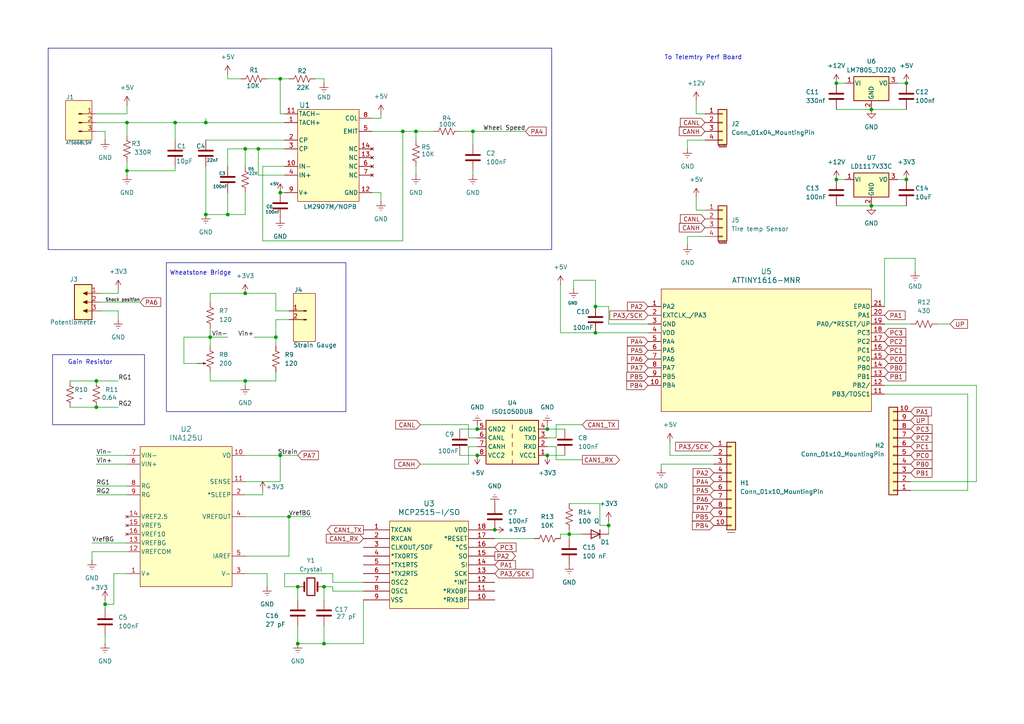
<source format=kicad_sch>
(kicad_sch (version 20231120) (generator "eeschema") (generator_version "8.0")
  (paper "A4")
  (junction (at 138.43 124.46))
  (junction (at 262.89 52.07))
  (junction (at 59.69 35.56))
  (junction (at 93.98 170.18))
  (junction (at 71.12 43.18))
  (junction (at 80.01 97.79))
  (junction (at 93.98 186.69))
  (junction (at 242.57 52.07))
  (junction (at 165.1 154.94))
  (junction (at 83.82 149.86))
  (junction (at 137.16 38.1))
  (junction (at 81.28 132.08))
  (junction (at 143.51 153.67))
  (junction (at 81.28 55.88))
  (junction (at 86.36 170.18))
  (junction (at 158.75 132.08))
  (junction (at 36.83 49.53))
  (junction (at 66.04 62.23))
  (junction (at 242.57 24.13))
  (junction (at 252.73 59.69))
  (junction (at 262.89 24.13))
  (junction (at 172.72 88.9))
  (junction (at 176.53 152.4))
  (junction (at 138.43 132.08))
  (junction (at 59.69 62.23))
  (junction (at 36.83 35.56))
  (junction (at 74.93 43.18))
  (junction (at 116.84 38.1))
  (junction (at 252.73 31.75))
  (junction (at 71.12 85.09))
  (junction (at 81.28 22.86))
  (junction (at 27.94 118.11))
  (junction (at 86.36 186.69))
  (junction (at 158.75 124.46))
  (junction (at 27.94 110.49))
  (junction (at 71.12 110.49))
  (junction (at 120.65 38.1))
  (junction (at 50.8 35.56))
  (junction (at 60.96 97.79))
  (junction (at 172.72 96.52))
  (junction (at 30.48 175.26))
  (wire (pts (xy 50.8 35.56) (xy 59.69 35.56)))
  (wire (pts (xy 204.47 33.02) (xy 201.93 33.02)))
  (wire (pts (xy 283.21 139.7) (xy 264.16 139.7)))
  (wire (pts (xy 60.96 85.09) (xy 60.96 87.63)))
  (wire (pts (xy 161.29 123.19) (xy 168.91 123.19)))
  (wire (pts (xy 165.1 146.05) (xy 173.99 146.05)))
  (wire (pts (xy 36.83 30.48) (xy 36.83 33.02)))
  (wire (pts (xy 71.12 55.88) (xy 71.12 62.23)))
  (wire (pts (xy 33.02 175.26) (xy 30.48 175.26)))
  (wire (pts (xy 166.37 81.28) (xy 166.37 83.82)))
  (wire (pts (xy 137.16 49.53) (xy 137.16 50.8)))
  (wire (pts (xy 93.98 186.69) (xy 105.41 186.69)))
  (wire (pts (xy 36.83 160.02) (xy 26.67 160.02)))
  (wire (pts (xy 120.65 48.26) (xy 120.65 50.8)))
  (wire (pts (xy 207.01 132.08) (xy 194.31 132.08)))
  (wire (pts (xy 20.32 110.49) (xy 27.94 110.49)))
  (wire (pts (xy 20.32 118.11) (xy 27.94 118.11)))
  (wire (pts (xy 81.28 22.86) (xy 81.28 33.02)))
  (wire (pts (xy 242.57 31.75) (xy 252.73 31.75)))
  (wire (pts (xy 158.75 123.19) (xy 158.75 124.46)))
  (wire (pts (xy 66.04 43.18) (xy 66.04 48.26)))
  (wire (pts (xy 96.52 166.37) (xy 82.55 166.37)))
  (wire (pts (xy 162.56 156.21) (xy 162.56 154.94)))
  (wire (pts (xy 260.35 24.13) (xy 262.89 24.13)))
  (wire (pts (xy 256.54 88.9) (xy 256.54 74.93)))
  (wire (pts (xy 172.72 88.9) (xy 172.72 81.28)))
  (wire (pts (xy 69.85 22.86) (xy 66.04 22.86)))
  (wire (pts (xy 176.53 154.94) (xy 176.53 152.4)))
  (wire (pts (xy 105.41 186.69) (xy 105.41 173.99)))
  (wire (pts (xy 93.98 170.18) (xy 93.98 173.99)))
  (wire (pts (xy 80.01 97.79) (xy 80.01 100.33)))
  (wire (pts (xy 71.12 85.09) (xy 60.96 85.09)))
  (wire (pts (xy 137.16 38.1) (xy 133.35 38.1)))
  (wire (pts (xy 83.82 92.71) (xy 80.01 92.71)))
  (wire (pts (xy 60.96 95.25) (xy 60.96 97.79)))
  (wire (pts (xy 116.84 38.1) (xy 120.65 38.1)))
  (wire (pts (xy 82.55 50.8) (xy 74.93 50.8)))
  (wire (pts (xy 27.94 33.02) (xy 36.83 33.02)))
  (wire (pts (xy 27.94 140.97) (xy 36.83 140.97)))
  (wire (pts (xy 83.82 149.86) (xy 83.82 161.29)))
  (wire (pts (xy 120.65 38.1) (xy 120.65 40.64)))
  (wire (pts (xy 26.67 157.48) (xy 36.83 157.48)))
  (wire (pts (xy 138.43 129.54) (xy 135.89 129.54)))
  (wire (pts (xy 110.49 55.88) (xy 107.95 55.88)))
  (wire (pts (xy 76.2 143.51) (xy 71.12 143.51)))
  (wire (pts (xy 280.67 114.3) (xy 280.67 142.24)))
  (wire (pts (xy 86.36 181.61) (xy 86.36 186.69)))
  (wire (pts (xy 110.49 33.02) (xy 110.49 34.29)))
  (wire (pts (xy 27.94 143.51) (xy 36.83 143.51)))
  (wire (pts (xy 66.04 22.86) (xy 66.04 21.59)))
  (wire (pts (xy 283.21 111.76) (xy 283.21 139.7)))
  (wire (pts (xy 34.29 90.17) (xy 34.29 92.71)))
  (wire (pts (xy 120.65 38.1) (xy 125.73 38.1)))
  (wire (pts (xy 71.12 62.23) (xy 66.04 62.23)))
  (wire (pts (xy 82.55 33.02) (xy 81.28 33.02)))
  (wire (pts (xy 252.73 59.69) (xy 262.89 59.69)))
  (wire (pts (xy 204.47 60.96) (xy 201.93 60.96)))
  (wire (pts (xy 29.21 87.63) (xy 40.64 87.63)))
  (wire (pts (xy 30.48 175.26) (xy 30.48 176.53)))
  (wire (pts (xy 71.12 132.08) (xy 81.28 132.08)))
  (wire (pts (xy 66.04 62.23) (xy 59.69 62.23)))
  (wire (pts (xy 53.34 105.41) (xy 58.42 105.41)))
  (wire (pts (xy 83.82 90.17) (xy 80.01 90.17)))
  (wire (pts (xy 137.16 41.91) (xy 137.16 38.1)))
  (wire (pts (xy 204.47 40.64) (xy 199.39 40.64)))
  (wire (pts (xy 77.47 166.37) (xy 71.12 166.37)))
  (wire (pts (xy 96.52 170.18) (xy 96.52 171.45)))
  (wire (pts (xy 133.35 132.08) (xy 138.43 132.08)))
  (wire (pts (xy 280.67 142.24) (xy 264.16 142.24)))
  (wire (pts (xy 71.12 43.18) (xy 74.93 43.18)))
  (wire (pts (xy 116.84 69.85) (xy 116.84 38.1)))
  (wire (pts (xy 201.93 33.02) (xy 201.93 29.21)))
  (wire (pts (xy 81.28 22.86) (xy 83.82 22.86)))
  (wire (pts (xy 60.96 97.79) (xy 53.34 97.79)))
  (wire (pts (xy 158.75 132.08) (xy 163.83 132.08)))
  (wire (pts (xy 165.1 153.67) (xy 165.1 154.94)))
  (wire (pts (xy 36.83 49.53) (xy 36.83 50.8)))
  (wire (pts (xy 271.78 93.98) (xy 275.59 93.98)))
  (wire (pts (xy 199.39 40.64) (xy 199.39 43.18)))
  (wire (pts (xy 135.89 134.62) (xy 121.92 134.62)))
  (wire (pts (xy 242.57 59.69) (xy 252.73 59.69)))
  (wire (pts (xy 77.47 170.18) (xy 77.47 166.37)))
  (wire (pts (xy 36.83 166.37) (xy 33.02 166.37)))
  (wire (pts (xy 81.28 55.88) (xy 82.55 55.88)))
  (wire (pts (xy 59.69 48.26) (xy 59.69 62.23)))
  (wire (pts (xy 173.99 146.05) (xy 173.99 152.4)))
  (wire (pts (xy 93.98 22.86) (xy 93.98 24.13)))
  (wire (pts (xy 256.54 74.93) (xy 265.43 74.93)))
  (wire (pts (xy 162.56 96.52) (xy 162.56 82.55)))
  (wire (pts (xy 71.12 139.7) (xy 81.28 139.7)))
  (wire (pts (xy 242.57 24.13) (xy 245.11 24.13)))
  (wire (pts (xy 252.73 31.75) (xy 262.89 31.75)))
  (wire (pts (xy 256.54 114.3) (xy 280.67 114.3)))
  (wire (pts (xy 173.99 152.4) (xy 176.53 152.4)))
  (wire (pts (xy 50.8 49.53) (xy 36.83 49.53)))
  (wire (pts (xy 73.66 97.79) (xy 80.01 97.79)))
  (wire (pts (xy 172.72 81.28) (xy 166.37 81.28)))
  (wire (pts (xy 96.52 171.45) (xy 105.41 171.45)))
  (wire (pts (xy 143.51 156.21) (xy 154.94 156.21)))
  (wire (pts (xy 165.1 156.21) (xy 165.1 154.94)))
  (wire (pts (xy 81.28 139.7) (xy 81.28 132.08)))
  (wire (pts (xy 256.54 93.98) (xy 264.16 93.98)))
  (wire (pts (xy 207.01 134.62) (xy 191.77 134.62)))
  (wire (pts (xy 172.72 96.52) (xy 162.56 96.52)))
  (wire (pts (xy 135.89 123.19) (xy 121.92 123.19)))
  (wire (pts (xy 110.49 58.42) (xy 110.49 55.88)))
  (wire (pts (xy 60.96 110.49) (xy 71.12 110.49)))
  (wire (pts (xy 60.96 97.79) (xy 60.96 100.33)))
  (wire (pts (xy 30.48 38.1) (xy 30.48 40.64)))
  (wire (pts (xy 36.83 39.37) (xy 36.83 35.56)))
  (wire (pts (xy 76.2 69.85) (xy 116.84 69.85)))
  (wire (pts (xy 50.8 35.56) (xy 50.8 40.64)))
  (wire (pts (xy 36.83 35.56) (xy 50.8 35.56)))
  (wire (pts (xy 90.17 149.86) (xy 83.82 149.86)))
  (wire (pts (xy 34.29 83.82) (xy 34.29 85.09)))
  (wire (pts (xy 199.39 68.58) (xy 199.39 71.12)))
  (wire (pts (xy 161.29 133.35) (xy 168.91 133.35)))
  (wire (pts (xy 158.75 127) (xy 161.29 127)))
  (wire (pts (xy 172.72 96.52) (xy 187.96 96.52)))
  (wire (pts (xy 71.12 110.49) (xy 71.12 111.76)))
  (wire (pts (xy 26.67 160.02) (xy 26.67 162.56)))
  (wire (pts (xy 187.96 93.98) (xy 176.53 93.98)))
  (wire (pts (xy 34.29 85.09) (xy 29.21 85.09)))
  (wire (pts (xy 36.83 35.56) (xy 27.94 35.56)))
  (wire (pts (xy 50.8 48.26) (xy 50.8 49.53)))
  (wire (pts (xy 93.98 181.61) (xy 93.98 186.69)))
  (wire (pts (xy 158.75 129.54) (xy 161.29 129.54)))
  (wire (pts (xy 176.53 88.9) (xy 172.72 88.9)))
  (wire (pts (xy 162.56 154.94) (xy 165.1 154.94)))
  (wire (pts (xy 36.83 46.99) (xy 36.83 49.53)))
  (wire (pts (xy 256.54 111.76) (xy 283.21 111.76)))
  (wire (pts (xy 107.95 38.1) (xy 116.84 38.1)))
  (wire (pts (xy 86.36 170.18) (xy 86.36 173.99)))
  (wire (pts (xy 204.47 68.58) (xy 199.39 68.58)))
  (wire (pts (xy 161.29 129.54) (xy 161.29 133.35)))
  (wire (pts (xy 27.94 110.49) (xy 34.29 110.49)))
  (wire (pts (xy 133.35 124.46) (xy 138.43 124.46)))
  (wire (pts (xy 176.53 152.4) (xy 176.53 151.13)))
  (wire (pts (xy 66.04 97.79) (xy 60.96 97.79)))
  (wire (pts (xy 176.53 93.98) (xy 176.53 88.9)))
  (wire (pts (xy 27.94 38.1) (xy 30.48 38.1)))
  (wire (pts (xy 71.12 43.18) (xy 71.12 48.26)))
  (wire (pts (xy 138.43 127) (xy 135.89 127)))
  (wire (pts (xy 82.55 166.37) (xy 82.55 170.18)))
  (wire (pts (xy 83.82 161.29) (xy 71.12 161.29)))
  (wire (pts (xy 80.01 85.09) (xy 71.12 85.09)))
  (wire (pts (xy 86.36 186.69) (xy 93.98 186.69)))
  (wire (pts (xy 29.21 90.17) (xy 34.29 90.17)))
  (wire (pts (xy 91.44 22.86) (xy 93.98 22.86)))
  (wire (pts (xy 265.43 74.93) (xy 265.43 78.74)))
  (wire (pts (xy 66.04 55.88) (xy 66.04 62.23)))
  (wire (pts (xy 135.89 127) (xy 135.89 123.19)))
  (wire (pts (xy 260.35 52.07) (xy 262.89 52.07)))
  (wire (pts (xy 76.2 48.26) (xy 76.2 69.85)))
  (wire (pts (xy 59.69 40.64) (xy 82.55 40.64)))
  (wire (pts (xy 74.93 43.18) (xy 74.93 50.8)))
  (wire (pts (xy 27.94 134.62) (xy 36.83 134.62)))
  (wire (pts (xy 27.94 118.11) (xy 34.29 118.11)))
  (wire (pts (xy 80.01 92.71) (xy 80.01 97.79)))
  (wire (pts (xy 71.12 149.86) (xy 83.82 149.86)))
  (wire (pts (xy 81.28 132.08) (xy 86.36 132.08)))
  (wire (pts (xy 60.96 107.95) (xy 60.96 110.49)))
  (wire (pts (xy 77.47 22.86) (xy 81.28 22.86)))
  (wire (pts (xy 158.75 124.46) (xy 163.83 124.46)))
  (wire (pts (xy 59.69 35.56) (xy 82.55 35.56)))
  (wire (pts (xy 137.16 38.1) (xy 152.4 38.1)))
  (wire (pts (xy 53.34 97.79) (xy 53.34 105.41)))
  (wire (pts (xy 93.98 170.18) (xy 96.52 170.18)))
  (wire (pts (xy 76.2 142.24) (xy 76.2 143.51)))
  (wire (pts (xy 191.77 134.62) (xy 191.77 135.89)))
  (wire (pts (xy 161.29 127) (xy 161.29 123.19)))
  (wire (pts (xy 242.57 52.07) (xy 245.11 52.07)))
  (wire (pts (xy 110.49 34.29) (xy 107.95 34.29)))
  (wire (pts (xy 194.31 132.08) (xy 194.31 128.27)))
  (wire (pts (xy 165.1 154.94) (xy 168.91 154.94)))
  (wire (pts (xy 74.93 43.18) (xy 82.55 43.18)))
  (wire (pts (xy 33.02 166.37) (xy 33.02 175.26)))
  (wire (pts (xy 138.43 123.19) (xy 138.43 124.46)))
  (wire (pts (xy 82.55 170.18) (xy 86.36 170.18)))
  (wire (pts (xy 71.12 110.49) (xy 80.01 110.49)) (stroke (width 0) (color 0 132 0 1)))
  (wire (pts (xy 30.48 173.99) (xy 30.48 175.26)))
  (wire (pts (xy 59.69 35.56) (xy 59.69 34.29)))
  (wire (pts (xy 27.94 132.08) (xy 36.83 132.08)))
  (wire (pts (xy 135.89 129.54) (xy 135.89 134.62)))
  (wire (pts (xy 80.01 90.17) (xy 80.01 85.09)))
  (wire (pts (xy 80.01 107.95) (xy 80.01 110.49)))
  (wire (pts (xy 71.12 43.18) (xy 66.04 43.18)))
  (wire (pts (xy 105.41 168.91) (xy 96.52 168.91)))
  (wire (pts (xy 30.48 184.15) (xy 30.48 186.69)))
  (wire (pts (xy 82.55 48.26) (xy 76.2 48.26)))
  (wire (pts (xy 201.93 60.96) (xy 201.93 57.15)))
  (wire (pts (xy 96.52 168.91) (xy 96.52 166.37)))
  (rectangle (start 85.09 85.09) (end 91.44 99.06) (stroke (width 0) (color 132 0 0 1)) (fill (type color) (color 255 255 194 1)))
  (rectangle (start 15.24 102.87) (end 41.91 123.19) (stroke (width 0) (color 0 0 132 1)))
  (rectangle (start 48.26 76.2) (end 100.33 119.38) (stroke (width 0) (color 0 0 132 1)))
  (rectangle (start 13.97 13.97) (end 160.02 72.39) (stroke (width 0) (color 0 0 132 1)))
  (text "" (at 23.114 45.212 0) (effects (font (size 0.889 0.889))))
  (text "To Telemtry Perf Board\n" (at 203.962 16.764 0) (effects (font (size 1.27 1.27))))
  (text "Gain Resistor\n" (at 26.162 105.156 0) (effects (font (size 1.27 1.27))))
  (text "" (at 88.392 30.48 0) (effects (font (size 1.27 1.27))))
  (text "Wheatstone Bridge\n" (at 58.166 79.248 0) (effects (font (size 1.27 1.27))))
  (label "Vin-" (at 66.04 97.79 180))
  (label "RG2" (at 27.94 143.51 0))
  (label "Shock position" (at 40.64 87.63 180) (effects (font (size 0.889 0.889))))
  (label "VrefBG" (at 26.67 157.48 0))
  (label "Vin+" (at 27.94 134.62 0))
  (label "Vin-" (at 27.94 132.08 0))
  (label "VrefBG" (at 90.17 149.86 180))
  (label "Strain" (at 86.36 132.08 180))
  (label "Wheel Speed" (at 152.4 38.1 180))
  (label "RG2" (at 34.29 118.11 0))
  (label "Vin+" (at 73.66 97.79 180))
  (label "RG1" (at 34.29 110.49 0))
  (label "RG1" (at 27.94 140.97 0))
  (global_label "CANL" (shape input) (at 204.47 35.56 180) (property "Intersheetrefs" "${INTERSHEET_REFS}" (effects (hide yes))))
  (global_label "CANH" (shape input) (at 121.92 134.62 180) (property "Intersheetrefs" "${INTERSHEET_REFS}" (effects (hide yes))))
  (global_label "PC2" (shape input) (at 256.54 99.06 0) (property "Intersheetrefs" "${INTERSHEET_REFS}" (effects (hide yes))))
  (global_label "PC3" (shape input) (at 256.54 96.52 0) (property "Intersheetrefs" "${INTERSHEET_REFS}" (effects (hide yes))))
  (global_label "PA6" (shape input) (at 40.64 87.63 0) (property "Intersheetrefs" "${INTERSHEET_REFS}" (effects (hide yes))))
  (global_label "PA4" (shape input) (at 187.96 99.06 180) (property "Intersheetrefs" "${INTERSHEET_REFS}" (effects (hide yes))))
  (global_label "CAN1_TX" (shape output) (at 105.41 153.67 180) (property "Intersheetrefs" "${INTERSHEET_REFS}" (effects (hide yes))))
  (global_label "PA2" (shape input) (at 187.96 88.9 180) (property "Intersheetrefs" "${INTERSHEET_REFS}" (effects (hide yes))))
  (global_label "PB4" (shape input) (at 207.01 152.4 180) (property "Intersheetrefs" "${INTERSHEET_REFS}" (effects (hide yes))))
  (global_label "CANH" (shape input) (at 204.47 66.04 180) (property "Intersheetrefs" "${INTERSHEET_REFS}" (effects (hide yes))))
  (global_label "PA2" (shape input) (at 207.01 137.16 180) (property "Intersheetrefs" "${INTERSHEET_REFS}" (effects (hide yes))))
  (global_label "PA7" (shape input) (at 207.01 147.32 180) (property "Intersheetrefs" "${INTERSHEET_REFS}" (effects (hide yes))))
  (global_label "CANL" (shape input) (at 121.92 123.19 180) (property "Intersheetrefs" "${INTERSHEET_REFS}" (effects (hide yes))))
  (global_label "PC3" (shape input) (at 143.51 158.75 0) (property "Intersheetrefs" "${INTERSHEET_REFS}" (effects (hide yes))))
  (global_label "PA3{slash}SCK" (shape input) (at 207.01 129.54 180) (property "Intersheetrefs" "${INTERSHEET_REFS}" (effects (hide yes))))
  (global_label "PC0" (shape input) (at 264.16 132.08 0) (property "Intersheetrefs" "${INTERSHEET_REFS}" (effects (hide yes))))
  (global_label "PA4" (shape input) (at 207.01 139.7 180) (property "Intersheetrefs" "${INTERSHEET_REFS}" (effects (hide yes))))
  (global_label "PB5" (shape input) (at 207.01 149.86 180) (property "Intersheetrefs" "${INTERSHEET_REFS}" (effects (hide yes))))
  (global_label "PA5" (shape input) (at 187.96 101.6 180) (property "Intersheetrefs" "${INTERSHEET_REFS}" (effects (hide yes))))
  (global_label "PA5" (shape input) (at 207.01 142.24 180) (property "Intersheetrefs" "${INTERSHEET_REFS}" (effects (hide yes))))
  (global_label "CAN1_TX" (shape input) (at 168.91 123.19 0) (property "Intersheetrefs" "${INTERSHEET_REFS}" (effects (hide yes))))
  (global_label "PC2" (shape input) (at 264.16 127 0) (property "Intersheetrefs" "${INTERSHEET_REFS}" (effects (hide yes))))
  (global_label "PB1" (shape input) (at 256.54 109.22 0) (property "Intersheetrefs" "${INTERSHEET_REFS}" (effects (hide yes))))
  (global_label "PC3" (shape input) (at 264.16 124.46 0) (property "Intersheetrefs" "${INTERSHEET_REFS}" (effects (hide yes))))
  (global_label "PB4" (shape input) (at 187.96 111.76 180) (property "Intersheetrefs" "${INTERSHEET_REFS}" (effects (hide yes))))
  (global_label "CAN1_RX" (shape output) (at 168.91 133.35 0) (property "Intersheetrefs" "${INTERSHEET_REFS}" (effects (hide yes))))
  (global_label "PB1" (shape input) (at 264.16 137.16 0) (property "Intersheetrefs" "${INTERSHEET_REFS}" (effects (hide yes))))
  (global_label "PA7" (shape input) (at 86.36 132.08 0) (property "Intersheetrefs" "${INTERSHEET_REFS}" (effects (hide yes))))
  (global_label "PA6" (shape input) (at 187.96 104.14 180) (property "Intersheetrefs" "${INTERSHEET_REFS}" (effects (hide yes))))
  (global_label "PA1" (shape input) (at 264.16 119.38 0) (property "Intersheetrefs" "${INTERSHEET_REFS}" (effects (hide yes))))
  (global_label "PA6" (shape input) (at 207.01 144.78 180) (property "Intersheetrefs" "${INTERSHEET_REFS}" (effects (hide yes))))
  (global_label "PC1" (shape input) (at 256.54 101.6 0) (property "Intersheetrefs" "${INTERSHEET_REFS}" (effects (hide yes))))
  (global_label "PB0" (shape input) (at 256.54 106.68 0) (property "Intersheetrefs" "${INTERSHEET_REFS}" (effects (hide yes))))
  (global_label "PB0" (shape input) (at 264.16 134.62 0) (property "Intersheetrefs" "${INTERSHEET_REFS}" (effects (hide yes))))
  (global_label "PA2" (shape output) (at 143.51 161.29 0) (property "Intersheetrefs" "${INTERSHEET_REFS}" (effects (hide yes))))
  (global_label "PA4" (shape input) (at 152.4 38.1 0) (property "Intersheetrefs" "${INTERSHEET_REFS}" (effects (hide yes))))
  (global_label "PA1" (shape input) (at 143.51 163.83 0) (property "Intersheetrefs" "${INTERSHEET_REFS}" (effects (hide yes))))
  (global_label "UP" (shape input) (at 275.59 93.98 0) (property "Intersheetrefs" "${INTERSHEET_REFS}" (effects (hide yes))))
  (global_label "PA7" (shape input) (at 187.96 106.68 180) (property "Intersheetrefs" "${INTERSHEET_REFS}" (effects (hide yes))))
  (global_label "CANL" (shape input) (at 204.47 63.5 180) (property "Intersheetrefs" "${INTERSHEET_REFS}" (effects (hide yes))))
  (global_label "CAN1_RX" (shape input) (at 105.41 156.21 180) (property "Intersheetrefs" "${INTERSHEET_REFS}" (effects (hide yes))))
  (global_label "PA3{slash}SCK" (shape input) (at 187.96 91.44 180) (property "Intersheetrefs" "${INTERSHEET_REFS}" (effects (hide yes))))
  (global_label "PA3{slash}SCK" (shape input) (at 143.51 166.37 0) (property "Intersheetrefs" "${INTERSHEET_REFS}" (effects (hide yes))))
  (global_label "PB5" (shape input) (at 187.96 109.22 180) (property "Intersheetrefs" "${INTERSHEET_REFS}" (effects (hide yes))))
  (global_label "UP" (shape input) (at 264.16 121.92 0) (property "Intersheetrefs" "${INTERSHEET_REFS}" (effects (hide yes))))
  (global_label "CANH" (shape input) (at 204.47 38.1 180) (property "Intersheetrefs" "${INTERSHEET_REFS}" (effects (hide yes))))
  (global_label "PC0" (shape input) (at 256.54 104.14 0) (property "Intersheetrefs" "${INTERSHEET_REFS}" (effects (hide yes))))
  (global_label "PA1" (shape input) (at 256.54 91.44 0) (property "Intersheetrefs" "${INTERSHEET_REFS}" (effects (hide yes))))
  (global_label "PC1" (shape input) (at 264.16 129.54 0) (property "Intersheetrefs" "${INTERSHEET_REFS}" (effects (hide yes))))
  (symbol (lib_id "power:+5V") (at 110.49 33.02 0) (unit 1)
    (property "Reference" "#PWR05" (effects (hide yes)))
    (property "Value" "+5V" (at 110.49 27.94 0))
    (property "Description" "Power symbol creates a global label with name \"+5V\"" (effects (hide yes)))
  )
  (symbol (lib_id "power:+3V3") (at 71.12 85.09 0) (unit 1)
    (property "Reference" "#PWR016" (effects (hide yes)))
    (property "Value" "+3V3" (at 71.12 80.01 0))
    (property "Description" "Power symbol creates a global label with name \"+3V3\"" (effects (hide yes)))
  )
  (symbol (lib_id "Graphic:SYM_Arrow_Tiny") (at 58.42 105.41 0) (unit 1) (exclude_from_sim yes) (in_bom no) (on_board no)
    (property "Reference" "#SYM1" (effects (hide yes)))
    (property "Value" "SYM_Arrow_Tiny" (effects (hide yes)))
    (property "Description" "Filled arrow, 100mil" (effects (hide yes)))
  )
  (symbol (lib_id "Device:C") (at 172.72 92.71 0) (unit 1)
    (property "Reference" "C10" (at 167.132 90.424 0) (effects (justify left)))
    (property "Value" "100nF" (at 166.116 94.996 0) (effects (justify left)))
    (property "Footprint" "Capacitor_SMD:C_0805_2012Metric_Pad1.18x1.45mm_HandSolder" (effects (hide yes)))
    (property "Description" "Unpolarized capacitor" (effects (hide yes)))
  )
  (symbol (lib_id "Device:R_US") (at 87.63 22.86 90) (unit 1)
    (property "Reference" "R2" (at 87.63 20.574 90))
    (property "Value" "10K" (at 73.406 24.892 90))
    (property "Footprint" "Resistor_SMD:R_0805_2012Metric_Pad1.20x1.40mm_HandSolder" (effects (hide yes)))
    (property "Description" "Resistor, US symbol" (effects (hide yes)))
  )
  (symbol (lib_id "Device:R_US") (at 267.97 93.98 90) (unit 1)
    (property "Reference" "R12" (at 267.97 87.63 90))
    (property "Value" "430" (at 267.97 90.17 90))
    (property "Footprint" "Resistor_SMD:R_0805_2012Metric_Pad1.20x1.40mm_HandSolder" (effects (hide yes)))
    (property "Description" "Resistor, US symbol" (effects (hide yes)))
  )
  (symbol (lib_id "power:GNDREF") (at 120.65 50.8 0) (unit 1)
    (property "Reference" "#PWR06" (effects (hide yes)))
    (property "Value" "GND" (at 120.65 55.88 0))
    (property "Description" "Power symbol creates a global label with name \"GNDREF\" , reference supply ground" (effects (hide yes)))
  )
  (symbol (lib_id "Device:C") (at 66.04 52.07 0) (unit 1)
    (property "Reference" "C3" (at 63.5 50.292 0) (effects (font (size 0.889 0.889)) (justify left)))
    (property "Value" "100nF" (at 61.722 54.102 0) (effects (font (size 0.889 0.889)) (justify left)))
    (property "Footprint" "Capacitor_SMD:C_0805_2012Metric_Pad1.18x1.45mm_HandSolder" (effects (hide yes)))
    (property "Description" "Unpolarized capacitor" (effects (hide yes)))
  )
  (symbol (lib_id "Device:R_US") (at 71.12 52.07 0) (unit 1)
    (property "Reference" "R6" (at 71.882 49.022 0) (effects (font (size 0.889 0.889)) (justify left)))
    (property "Value" "22K" (at 72.136 50.292 0) (effects (font (size 0.889 0.889)) (justify left)))
    (property "Footprint" "Resistor_SMD:R_0805_2012Metric_Pad1.20x1.40mm_HandSolder" (effects (hide yes)))
    (property "Description" "Resistor, US symbol" (effects (hide yes)))
  )
  (symbol (lib_id "power:+3.3V") (at 176.53 151.13 0) (unit 1)
    (property "Reference" "#PWR042" (effects (hide yes)))
    (property "Value" "+3V3" (at 176.53 146.05 0))
    (property "Description" "Power symbol creates a global label with name \"+3.3V\"" (effects (hide yes)))
  )
  (symbol (lib_id "New_Library:ATTINY1616-MNR") (at 184.15 88.9 0) (unit 1)
    (property "Reference" "U5" (at 222.25 78.74 0) (effects (font (size 1.524 1.524))))
    (property "Value" "ATTINY1616-MNR" (at 222.25 81.28 0) (effects (font (size 1.524 1.524))))
    (property "Footprint" "New Library:VQFN20_3X3_MCH" (effects (hide yes)))
    (property "Datasheet" "ATTINY1616-MNR" (effects (hide yes)))
    (property "Sim.Library" "C:\\Users\\salzr\\Downloads\\ATTINY1616_MFR (1)\\VQFN20_3X3_MCH.step" (effects (hide yes)))
  )
  (symbol (lib_id "power:GNDREF") (at 199.39 43.18 0) (unit 1)
    (property "Reference" "#PWR014" (effects (hide yes)))
    (property "Value" "GND" (at 199.39 48.26 0))
    (property "Description" "Power symbol creates a global label with name \"GNDREF\" , reference supply ground" (effects (hide yes)))
  )
  (symbol (lib_id "power:GNDREF") (at 59.69 62.23 0) (unit 1)
    (property "Reference" "#PWR010" (effects (hide yes)))
    (property "Value" "GND" (at 59.69 67.31 0))
    (property "Description" "Power symbol creates a global label with name \"GNDREF\" , reference supply ground" (effects (hide yes)))
  )
  (symbol (lib_id "power:+5V") (at 262.89 24.13 0) (unit 1)
    (property "Reference" "#PWR038" (effects (hide yes)))
    (property "Value" "+5V" (at 262.89 19.05 0))
  )
  (symbol (lib_id "Device:C") (at 50.8 44.45 0) (unit 1)
    (property "Reference" "C1" (at 51.308 42.418 0) (effects (justify left)))
    (property "Value" "10pF" (at 51.054 46.736 0) (effects (justify left)))
    (property "Footprint" "Capacitor_SMD:C_0805_2012Metric_Pad1.18x1.45mm_HandSolder" (effects (hide yes)))
    (property "Description" "Unpolarized capacitor" (effects (hide yes)))
  )
  (symbol (lib_id "power:+3V3") (at 158.75 132.08 180) (unit 1)
    (property "Reference" "#PWR031" (effects (hide yes)))
    (property "Value" "+3V3" (at 158.75 137.16 0))
    (property "Description" "Power symbol creates a global label with name \"+3V3\"" (effects (hide yes)))
  )
  (symbol (lib_id "power:+3V3") (at 30.48 173.99 0) (unit 1)
    (property "Reference" "#PWR019" (effects (hide yes)))
    (property "Value" "+3V3" (at 28.702 170.434 0))
    (property "Description" "Power symbol creates a global label with name \"+3V3\"" (effects (hide yes)))
  )
  (symbol (lib_id "power:GND") (at 252.73 59.69 0) (unit 1)
    (property "Reference" "#PWR040" (effects (hide yes)))
    (property "Value" "GND" (at 252.73 64.77 0))
  )
  (symbol (lib_id "power:GND") (at 252.73 31.75 0) (unit 1)
    (property "Reference" "#PWR037" (effects (hide yes)))
    (property "Value" "GND" (at 252.73 36.83 0))
  )
  (symbol (lib_id "Device:R_US") (at 80.01 104.14 0) (unit 1)
    (property "Reference" "R9" (at 82.55 102.8699 0) (effects (justify left)))
    (property "Value" "120" (at 82.55 105.4099 0) (effects (justify left)))
    (property "Footprint" "Resistor_SMD:R_0805_2012Metric_Pad1.20x1.40mm_HandSolder" (effects (hide yes)))
    (property "Description" "Resistor, US symbol" (effects (hide yes)))
  )
  (symbol (lib_id "power:GNDREF") (at 143.51 146.05 180) (unit 1)
    (property "Reference" "#PWR025" (effects (hide yes)))
    (property "Value" "GND" (at 143.51 140.97 0))
    (property "Description" "Power symbol creates a global label with name \"GNDREF\" , reference supply ground" (effects (hide yes)))
  )
  (symbol (lib_id "Device:C") (at 163.83 128.27 0) (unit 1)
    (property "Reference" "C8" (at 167.64 126.9999 0) (effects (justify left)))
    (property "Value" "100nF" (at 167.64 129.5399 0) (effects (justify left)))
    (property "Footprint" "Capacitor_SMD:C_0805_2012Metric_Pad1.18x1.45mm_HandSolder" (effects (hide yes)))
    (property "Description" "Unpolarized capacitor" (effects (hide yes)))
  )
  (symbol (lib_id "Regulator_Linear:LM7805_TO220") (at 252.73 52.07 0) (unit 1)
    (property "Reference" "U7" (at 252.73 45.72 0))
    (property "Value" "LD1117V33C" (at 252.73 48.26 0))
    (property "Footprint" "Package_TO_SOT_THT:TO-220-3_Vertical" (effects (hide yes)))
    (property "Datasheet" "https://www.onsemi.cn/PowerSolutions/document/MC7800-D.PDF" (effects (hide yes)))
  )
  (symbol (lib_id "power:+5V") (at 81.28 55.88 0) (unit 1)
    (property "Reference" "#PWR08" (effects (hide yes)))
    (property "Value" "+5V" (at 79.502 53.34 0) (effects (font (size 0.889 0.889))))
    (property "Description" "Power symbol creates a global label with name \"+5V\"" (effects (hide yes)))
  )
  (symbol (lib_id "Device:R_US") (at 36.83 43.18 0) (unit 1)
    (property "Reference" "R3" (at 38.1 41.656 0) (effects (justify left)))
    (property "Value" "330R" (at 38.862 44.196 0) (effects (justify left)))
    (property "Footprint" "Resistor_SMD:R_0805_2012Metric_Pad1.20x1.40mm_HandSolder" (effects (hide yes)))
    (property "Description" "Resistor, US symbol" (effects (hide yes)))
  )
  (symbol (lib_id "Device:C") (at 86.36 177.8 0) (unit 1)
    (property "Reference" "C16" (at 76.962 178.562 0) (effects (justify left)))
    (property "Value" "27 pF" (at 76.962 181.102 0) (effects (justify left)))
    (property "Footprint" "Capacitor_SMD:C_0805_2012Metric_Pad1.18x1.45mm_HandSolder" (effects (hide yes)))
    (property "Description" "Unpolarized capacitor" (effects (hide yes)))
  )
  (symbol (lib_id "power:+3V3") (at 76.2 142.24 0) (unit 1)
    (property "Reference" "#PWR021" (effects (hide yes)))
    (property "Value" "+3V3" (at 79.756 141.224 0))
    (property "Description" "Power symbol creates a global label with name \"+3V3\"" (effects (hide yes)))
  )
  (symbol (lib_id "Device:C") (at 59.69 44.45 0) (unit 1)
    (property "Reference" "C4" (at 56.896 42.418 0) (effects (justify left)))
    (property "Value" "22nF" (at 59.944 46.482 0) (effects (font (size 0.889 0.889)) (justify left)))
    (property "Footprint" "Capacitor_SMD:C_0805_2012Metric_Pad1.18x1.45mm_HandSolder" (effects (hide yes)))
    (property "Description" "Unpolarized capacitor" (effects (hide yes)))
  )
  (symbol (lib_id "Device:C") (at 242.57 27.94 0) (unit 1)
    (property "Reference" "C11" (at 233.68 26.67 0) (effects (justify left)))
    (property "Value" "330nf" (at 233.68 29.21 0) (effects (justify left)))
    (property "Footprint" "Capacitor_SMD:C_0805_2012Metric_Pad1.18x1.45mm_HandSolder" (effects (hide yes)))
    (property "Datasheet" "https://mm.digikey.com/Volume0/opasdata/d220001/medias/docus/4262/0805B334K250CC.pdf" (effects (hide yes)))
  )
  (symbol (lib_id "power:GNDREF") (at 86.36 186.69 0) (unit 1)
    (property "Reference" "#PWR027" (effects (hide yes)))
    (property "Value" "GND" (at 86.36 191.77 0))
    (property "Description" "Power symbol creates a global label with name \"GNDREF\" , reference supply ground" (effects (hide yes)))
  )
  (symbol (lib_id "Device:C") (at 93.98 177.8 0) (unit 1)
    (property "Reference" "C17" (at 97.028 176.784 0) (effects (justify left)))
    (property "Value" "27 pF" (at 97.536 178.816 0) (effects (justify left)))
    (property "Footprint" "Capacitor_SMD:C_0805_2012Metric_Pad1.18x1.45mm_HandSolder" (effects (hide yes)))
    (property "Description" "Unpolarized capacitor" (effects (hide yes)))
  )
  (symbol (lib_id "power:GNDREF") (at 199.39 71.12 0) (unit 1)
    (property "Reference" "#PWR044" (effects (hide yes)))
    (property "Value" "GND" (at 199.39 76.2 0))
    (property "Description" "Power symbol creates a global label with name \"GNDREF\" , reference supply ground" (effects (hide yes)))
  )
  (symbol (lib_id "New_Library:INA125U") (at 24.13 134.62 0) (unit 1)
    (property "Reference" "U2" (at 53.975 124.46 0) (effects (font (size 1.524 1.524))))
    (property "Value" "INA125U" (at 53.975 127 0) (effects (font (size 1.524 1.524))))
    (property "Footprint" "New Library:105313-1108" (effects (hide yes)))
  )
  (symbol (lib_id "Device:R_US") (at 129.54 38.1 90) (unit 1)
    (property "Reference" "R4" (at 129.54 34.29 90))
    (property "Value" "100K" (at 129.794 36.068 90))
    (property "Footprint" "Resistor_SMD:R_0805_2012Metric_Pad1.20x1.40mm_HandSolder" (effects (hide yes)))
    (property "Description" "Resistor, US symbol" (effects (hide yes)))
  )
  (symbol (lib_id "power:GNDREF") (at 36.83 50.8 0) (unit 1)
    (property "Reference" "#PWR02" (effects (hide yes)))
    (property "Value" "GND" (at 36.83 55.88 0))
    (property "Description" "Power symbol creates a global label with name \"GNDREF\" , reference supply ground" (effects (hide yes)))
  )
  (symbol (lib_name "Conn_01x02_Pin_1") (lib_id "Connector:Conn_01x02_Pin") (at 88.9 92.71 180) (unit 1)
    (property "Reference" "J4" (at 85.344 84.074 0) (effects (justify right)))
    (property "Value" "Strain Gauge" (at 85.09 100.076 0) (effects (justify right)))
    (property "Footprint" "Connector_Molex:Molex_Nano-Fit_105309-xx02_1x02_P2.50mm_Vertical" (effects (hide yes)))
    (property "Description" "Generic connector, single row, 01x02, script generated" (effects (hide yes)))
  )
  (symbol (lib_id "power:+12V") (at 201.93 29.21 0) (unit 1)
    (property "Reference" "#PWR013" (effects (hide yes)))
    (property "Value" "+12V" (at 201.93 24.13 0))
    (property "Description" "Power symbol creates a global label with name \"+12V\"" (effects (hide yes)))
  )
  (symbol (lib_id "power:+5V") (at 162.56 82.55 0) (unit 1)
    (property "Reference" "#PWR032" (effects (hide yes)))
    (property "Value" "+5V" (at 162.56 77.47 0))
    (property "Description" "Power symbol creates a global label with name \"+5V\"" (effects (hide yes)))
  )
  (symbol (lib_id "power:+5V") (at 194.31 128.27 0) (unit 1)
    (property "Reference" "#PWR034" (effects (hide yes)))
    (property "Value" "+5V" (at 194.31 123.19 0))
    (property "Description" "Power symbol creates a global label with name \"+5V\"" (effects (hide yes)))
  )
  (symbol (lib_id "power:+3V3") (at 143.51 153.67 270) (unit 1)
    (property "Reference" "#PWR026" (effects (hide yes)))
    (property "Value" "+3V3" (at 147.32 153.6699 90) (effects (justify left)))
    (property "Description" "Power symbol creates a global label with name \"+3V3\"" (effects (hide yes)))
  )
  (symbol (lib_id "Device:R_US") (at 120.65 44.45 0) (unit 1)
    (property "Reference" "R5" (at 122.174 42.672 0) (effects (justify left)))
    (property "Value" "10K" (at 122.174 44.704 0) (effects (justify left)))
    (property "Footprint" "Resistor_SMD:R_0805_2012Metric_Pad1.20x1.40mm_HandSolder" (effects (hide yes)))
    (property "Description" "Resistor, US symbol" (effects (hide yes)))
  )
  (symbol (lib_id "Connector_Generic_MountingPin:Conn_01x10_MountingPin") (at 259.08 132.08 180) (unit 1)
    (property "Reference" "H2" (at 256.54 129.1843 0) (effects (justify left)))
    (property "Value" "Conn_01x10_MountingPin" (at 256.54 131.7243 0) (effects (justify left)))
    (property "Footprint" "Connector_Molex:Molex_Nano-Fit_105310-xx10_2x05_P2.50mm_Vertical" (effects (hide yes)))
    (property "Description" "Generic connectable mounting pin connector, single row, 01x10, script generated (kicad-library-utils/schlib/autogen/connector/)" (effects (hide yes)))
  )
  (symbol (lib_id "power:GNDREF") (at 34.29 92.71 0) (unit 1)
    (property "Reference" "#PWR012" (effects (hide yes)))
    (property "Value" "GND" (at 34.29 97.79 0))
    (property "Description" "Power symbol creates a global label with name \"GNDREF\" , reference supply ground" (effects (hide yes)))
  )
  (symbol (lib_id "power:GNDREF") (at 137.16 50.8 0) (unit 1)
    (property "Reference" "#PWR07" (effects (hide yes)))
    (property "Value" "GND" (at 137.16 55.88 0))
    (property "Description" "Power symbol creates a global label with name \"GNDREF\" , reference supply ground" (effects (hide yes)))
  )
  (symbol (lib_id "power:+5V") (at 138.43 132.08 180) (unit 1)
    (property "Reference" "#PWR030" (effects (hide yes)))
    (property "Value" "+5V" (at 138.43 137.16 0))
    (property "Description" "Power symbol creates a global label with name \"+5V\"" (effects (hide yes)))
  )
  (symbol (lib_id "power:GNDREF") (at 265.43 78.74 0) (unit 1)
    (property "Reference" "#PWR036" (effects (hide yes)))
    (property "Value" "GND" (at 265.43 83.058 0))
    (property "Description" "Power symbol creates a global label with name \"GNDREF\" , reference supply ground" (effects (hide yes)))
  )
  (symbol (lib_id "Device:Crystal") (at 90.17 170.18 0) (unit 1)
    (property "Reference" "Y1" (at 90.17 162.56 0))
    (property "Value" "Crystal" (at 90.17 165.1 0))
    (property "Footprint" "Crystal:Crystal_SMD_5032-2Pin_5.0x3.2mm_HandSoldering" (effects (hide yes)))
    (property "Description" "Two pin crystal" (effects (hide yes)))
  )
  (symbol (lib_id "power:GNDREF") (at 138.43 123.19 180) (unit 1)
    (property "Reference" "#PWR029" (effects (hide yes)))
    (property "Value" "GND" (at 138.43 118.11 0))
    (property "Description" "Power symbol creates a global label with name \"GNDREF\" , reference supply ground" (effects (hide yes)))
  )
  (symbol (lib_id "power:GNDREF") (at 93.98 24.13 0) (unit 1)
    (property "Reference" "#PWR04" (effects (hide yes)))
    (property "Value" "GND" (at 93.98 28.194 0))
    (property "Description" "Power symbol creates a global label with name \"GNDREF\" , reference supply ground" (effects (hide yes)))
  )
  (symbol (lib_id "Device:R_US") (at 60.96 104.14 0) (unit 1)
    (property "Reference" "R8" (at 63.5 102.8699 0) (effects (justify left)))
    (property "Value" "200" (at 63.5 105.4099 0) (effects (justify left)))
    (property "Footprint" "Resistor_SMD:R_0805_2012Metric_Pad1.20x1.40mm_HandSolder" (effects (hide yes)))
    (property "Description" "Resistor, US symbol" (effects (hide yes)))
  )
  (symbol (lib_id "power:+12V") (at 242.57 52.07 0) (unit 1)
    (property "Reference" "#PWR039" (effects (hide yes)))
    (property "Value" "+12V" (at 242.57 46.99 0))
  )
  (symbol (lib_id "power:GNDREF") (at 71.12 111.76 0) (unit 1)
    (property "Reference" "#PWR017" (effects (hide yes)))
    (property "Value" "GND" (at 71.12 116.84 0))
    (property "Description" "Power symbol creates a global label with name \"GNDREF\" , reference supply ground" (effects (hide yes)))
  )
  (symbol (lib_id "Device:R_US") (at 73.66 22.86 270) (unit 1)
    (property "Reference" "R1" (at 73.66 20.32 90))
    (property "Value" "22K" (at 87.884 25.4 90))
    (property "Footprint" "Resistor_SMD:R_0805_2012Metric_Pad1.20x1.40mm_HandSolder" (effects (hide yes)))
    (property "Description" "Resistor, US symbol" (effects (hide yes)))
  )
  (symbol (lib_id "Device:C") (at 262.89 55.88 0) (unit 1)
    (property "Reference" "C14" (at 265.43 54.61 0) (effects (justify left)))
    (property "Value" "10uF" (at 265.43 57.15 0) (effects (justify left)))
    (property "Footprint" "Capacitor_SMD:C_0805_2012Metric_Pad1.18x1.45mm_HandSolder" (effects (hide yes)))
    (property "Datasheet" "https://mm.digikey.com/Volume0/opasdata/d220001/medias/docus/4005/0805B104K101CC.pdf" (effects (hide yes)))
  )
  (symbol (lib_id "power:+5V") (at 36.83 30.48 0) (unit 1)
    (property "Reference" "#PWR01" (effects (hide yes)))
    (property "Value" "+5V" (at 36.83 25.4 0))
    (property "Description" "Power symbol creates a global label with name \"+5V\"" (effects (hide yes)))
  )
  (symbol (lib_id "Device:C") (at 81.28 59.69 0) (unit 1)
    (property "Reference" "C6" (at 77.216 59.944 0) (effects (font (size 0.889 0.889)) (justify left)))
    (property "Value" "100nF" (at 76.962 61.468 0) (effects (font (size 0.889 0.889)) (justify left)))
    (property "Footprint" "Capacitor_SMD:C_0805_2012Metric_Pad1.18x1.45mm_HandSolder" (effects (hide yes)))
    (property "Description" "Unpolarized capacitor" (effects (hide yes)))
  )
  (symbol (lib_id "Device:R_US") (at 165.1 149.86 0) (unit 1)
    (property "Reference" "R14" (at 167.64 148.5899 0) (effects (justify left)))
    (property "Value" "100 Ω" (at 167.64 151.1299 0) (effects (justify left)))
    (property "Footprint" "Resistor_SMD:R_0805_2012Metric_Pad1.20x1.40mm_HandSolder" (effects (hide yes)))
    (property "Description" "Resistor, US symbol" (effects (hide yes)))
  )
  (symbol (lib_id "FS_3_Global_Symbol_Library:LM2907M_NOPB") (at 86.36 54.61 0) (unit 1)
    (property "Reference" "U1" (at 88.392 30.48 0) (effects (font (size 1.524 1.524))))
    (property "Value" "LM2907M/NOPB" (at 95.758 59.944 0))
    (property "Footprint" "New Library:LM2907MNOPB" (effects (hide yes)))
  )
  (symbol (lib_id "power:+3V3") (at 34.29 83.82 0) (unit 1)
    (property "Reference" "#PWR011" (effects (hide yes)))
    (property "Value" "+3V3" (at 34.29 78.74 0))
    (property "Description" "Power symbol creates a global label with name \"+3V3\"" (effects (hide yes)))
  )
  (symbol (lib_id "power:GNDREF") (at 26.67 162.56 0) (unit 1)
    (property "Reference" "#PWR018" (effects (hide yes)))
    (property "Value" "GND" (at 26.67 167.64 0))
    (property "Description" "Power symbol creates a global label with name \"GNDREF\" , reference supply ground" (effects (hide yes)))
  )
  (symbol (lib_id "FS_3_Global_Symbol_Library:MCP2515-I_SO") (at 105.41 153.67 0) (unit 1)
    (property "Reference" "U3" (at 124.46 146.05 0) (effects (font (size 1.524 1.524))))
    (property "Value" "MCP2515-I/SO" (at 124.46 148.59 0) (effects (font (size 1.524 1.524))))
    (property "Footprint" "Package_SO:SOIC-18W_7.5x11.6mm_P1.27mm" (effects (hide yes)))
    (property "Datasheet" "MCP2515-I/SO" (effects (hide yes)))
    (property "Description" "Stand Alone CAN Controller with SPI" (effects (hide yes)))
  )
  (symbol (lib_id "Device:D") (at 172.72 154.94 180) (unit 1)
    (property "Reference" "D1" (at 175.514 157.226 0))
    (property "Value" "D" (effects (hide yes)))
    (property "Footprint" "Diode_SMD:D_0805_2012Metric" (effects (hide yes)))
    (property "Description" "Diode" (effects (hide yes)))
    (property "Sim.Device" "D" (effects (hide yes)))
    (property "Sim.Pins" "1=K 2=A" (effects (hide yes)))
  )
  (symbol (lib_id "Device:C") (at 242.57 55.88 0) (unit 1)
    (property "Reference" "C13" (at 233.68 54.61 0) (effects (justify left)))
    (property "Value" "100nF" (at 233.68 57.15 0) (effects (justify left)))
    (property "Footprint" "Capacitor_SMD:C_0805_2012Metric_Pad1.18x1.45mm_HandSolder" (effects (hide yes)))
    (property "Datasheet" "https://mm.digikey.com/Volume0/opasdata/d220001/medias/docus/4262/0805B334K250CC.pdf" (effects (hide yes)))
  )
  (symbol (lib_id "power:GNDREF") (at 77.47 170.18 0) (unit 1)
    (property "Reference" "#PWR022" (effects (hide yes)))
    (property "Value" "GND" (at 77.47 175.26 0))
    (property "Description" "Power symbol creates a global label with name \"GNDREF\" , reference supply ground" (effects (hide yes)))
  )
  (symbol (lib_id "Device:R_US") (at 60.96 91.44 0) (unit 1)
    (property "Reference" "R7" (at 63.5 90.1699 0) (effects (justify left)))
    (property "Value" "120" (at 63.5 92.7099 0) (effects (justify left)))
    (property "Footprint" "Resistor_SMD:R_0805_2012Metric_Pad1.20x1.40mm_HandSolder" (effects (hide yes)))
    (property "Description" "Resistor, US symbol" (effects (hide yes)))
  )
  (symbol (lib_id "power:GNDREF") (at 165.1 163.83 0) (unit 1)
    (property "Reference" "#PWR043" (effects (hide yes)))
    (property "Value" "GND" (at 165.1 168.91 0))
    (property "Description" "Power symbol creates a global label with name \"GNDREF\" , reference supply ground" (effects (hide yes)))
  )
  (symbol (lib_id "Device:C") (at 262.89 27.94 0) (unit 1)
    (property "Reference" "C12" (at 265.43 26.67 0) (effects (justify left)))
    (property "Value" "100nf" (at 265.43 29.21 0) (effects (justify left)))
    (property "Footprint" "Capacitor_SMD:C_0805_2012Metric_Pad1.18x1.45mm_HandSolder" (effects (hide yes)))
    (property "Datasheet" "https://mm.digikey.com/Volume0/opasdata/d220001/medias/docus/4005/0805B104K101CC.pdf" (effects (hide yes)))
  )
  (symbol (lib_id "power:GNDREF") (at 158.75 123.19 180) (unit 1)
    (property "Reference" "#PWR028" (effects (hide yes)))
    (property "Value" "GND" (at 158.75 118.11 0))
    (property "Description" "Power symbol creates a global label with name \"GNDREF\" , reference supply ground" (effects (hide yes)))
  )
  (symbol (lib_id "Device:C") (at 30.48 180.34 0) (unit 1)
    (property "Reference" "C5" (at 34.29 179.0699 0) (effects (justify left)))
    (property "Value" "100nF" (at 34.29 181.6099 0) (effects (justify left)))
    (property "Footprint" "Capacitor_SMD:C_0805_2012Metric_Pad1.18x1.45mm_HandSolder" (effects (hide yes)))
    (property "Description" "Unpolarized capacitor" (effects (hide yes)))
  )
  (symbol (lib_id "Device:R_US") (at 27.94 114.3 0) (unit 1)
    (property "Reference" "R11" (at 30.48 113.0299 0) (effects (justify left)))
    (property "Value" "0.64" (at 29.464 115.316 0) (effects (justify left)))
    (property "Footprint" "Resistor_SMD:R_0805_2012Metric_Pad1.20x1.40mm_HandSolder" (effects (hide yes)))
    (property "Description" "Resistor, US symbol" (effects (hide yes)))
  )
  (symbol (lib_id "Regulator_Linear:LM7805_TO220") (at 252.73 24.13 0) (unit 1)
    (property "Reference" "U6" (at 252.73 17.78 0))
    (property "Value" "LM7805_TO220" (at 252.73 20.32 0))
    (property "Footprint" "Package_TO_SOT_THT:TO-220-3_Vertical" (effects (hide yes)))
    (property "Datasheet" "https://www.onsemi.cn/PowerSolutions/document/MC7800-D.PDF" (effects (hide yes)))
  )
  (symbol (lib_id "Device:C") (at 143.51 149.86 0) (unit 1)
    (property "Reference" "C7" (at 147.32 148.5899 0) (effects (justify left)))
    (property "Value" "100nF" (at 147.32 151.1299 0) (effects (justify left)))
    (property "Footprint" "Capacitor_SMD:C_0805_2012Metric_Pad1.18x1.45mm_HandSolder" (effects (hide yes)))
    (property "Description" "Unpolarized capacitor" (effects (hide yes)))
  )
  (symbol (lib_id "Device:C") (at 133.35 128.27 0) (unit 1)
    (property "Reference" "C9" (at 129.032 125.984 0) (effects (justify left)))
    (property "Value" "100nF" (at 127 130.81 0) (effects (justify left)))
    (property "Footprint" "Capacitor_SMD:C_0805_2012Metric_Pad1.18x1.45mm_HandSolder" (effects (hide yes)))
    (property "Description" "Unpolarized capacitor" (effects (hide yes)))
  )
  (symbol (lib_name "Conn_01x10_MountingPin_1") (lib_id "Connector_Generic_MountingPin:Conn_01x10_MountingPin") (at 212.09 139.7 0) (unit 1)
    (property "Reference" "H1" (at 214.63 140.0555 0) (effects (justify left)))
    (property "Value" "Conn_01x10_MountingPin" (at 214.63 142.5955 0) (effects (justify left)))
    (property "Footprint" "Connector_Molex:Molex_Nano-Fit_105310-xx10_2x05_P2.50mm_Vertical" (effects (hide yes)))
    (property "Description" "Generic connectable mounting pin connector, single row, 01x10, script generated (kicad-library-utils/schlib/autogen/connector/)" (effects (hide yes)))
  )
  (symbol (lib_id "Device:R_US") (at 20.32 114.3 0) (unit 1)
    (property "Reference" "R10" (at 21.59 113.03 0) (effects (justify left)))
    (property "Value" "~" (at 22.86 115.5699 0) (effects (justify left)))
    (property "Footprint" "Resistor_SMD:R_0805_2012Metric_Pad1.20x1.40mm_HandSolder" (effects (hide yes)))
    (property "Description" "Resistor, US symbol" (effects (hide yes)))
  )
  (symbol (lib_id "power:GNDREF") (at 110.49 58.42 0) (unit 1)
    (property "Reference" "#PWR023" (effects (hide yes)))
    (property "Value" "GND" (at 110.49 63.5 0))
    (property "Description" "Power symbol creates a global label with name \"GNDREF\" , reference supply ground" (effects (hide yes)))
  )
  (symbol (lib_id "Device:C") (at 137.16 45.72 0) (unit 1)
    (property "Reference" "C2" (at 140.97 44.4499 0) (effects (justify left)))
    (property "Value" "100nF" (at 140.97 46.9899 0) (effects (justify left)))
    (property "Footprint" "Capacitor_SMD:C_0805_2012Metric_Pad1.18x1.45mm_HandSolder" (effects (hide yes)))
    (property "Description" "Unpolarized capacitor" (effects (hide yes)))
  )
  (symbol (lib_id "power:GNDREF") (at 191.77 135.89 0) (unit 1)
    (property "Reference" "#PWR035" (effects (hide yes)))
    (property "Value" "GND" (at 191.77 140.97 0))
    (property "Description" "Power symbol creates a global label with name \"GNDREF\" , reference supply ground" (effects (hide yes)))
  )
  (symbol (lib_id "Connector:Conn_01x03_Pin") (at 22.86 35.56 0) (unit 1)
    (property "Reference" "J1" (at 20.32 28.194 0))
    (property "Value" "ATS668LSM" (at 22.86 41.402 0) (effects (font (size 0.889 0.889))))
    (property "Footprint" "Connector_Molex:Molex_Nano-Fit_105309-xx03_1x03_P2.50mm_Vertical" (effects (hide yes)))
    (property "Description" "Generic connector, single row, 01x03, script generated" (effects (hide yes)))
  )
  (symbol (lib_id "power:+5V") (at 201.93 57.15 0) (unit 1)
    (property "Reference" "#PWR045" (effects (hide yes)))
    (property "Value" "+5V" (at 201.93 52.07 0))
    (property "Description" "Power symbol creates a global label with name \"+5V\"" (effects (hide yes)))
  )
  (symbol (lib_id "power:GNDREF") (at 30.48 40.64 0) (unit 1)
    (property "Reference" "#PWR024" (effects (hide yes)))
    (property "Value" "GND" (at 30.48 45.72 0))
    (property "Description" "Power symbol creates a global label with name \"GNDREF\" , reference supply ground" (effects (hide yes)))
  )
  (symbol (lib_id "power:+12V") (at 242.57 24.13 0) (unit 1)
    (property "Reference" "#PWR015" (effects (hide yes)))
    (property "Value" "+12V" (at 242.57 19.05 0))
  )
  (symbol (lib_id "power:GNDREF") (at 81.28 63.5 0) (unit 1)
    (property "Reference" "#PWR09" (effects (hide yes)))
    (property "Value" "GND" (at 81.28 68.58 0))
    (property "Description" "Power symbol creates a global label with name \"GNDREF\" , reference supply ground" (effects (hide yes)))
  )
  (symbol (lib_id "Device:R_US") (at 158.75 156.21 90) (unit 1)
    (property "Reference" "R13" (at 158.75 149.86 90))
    (property "Value" "10K" (at 158.75 152.4 90))
    (property "Footprint" "Resistor_SMD:R_0805_2012Metric_Pad1.20x1.40mm_HandSolder" (effects (hide yes)))
    (property "Description" "Resistor, US symbol" (effects (hide yes)))
  )
  (symbol (lib_id "power:+5V") (at 66.04 21.59 0) (unit 1)
    (property "Reference" "#PWR03" (effects (hide yes)))
    (property "Value" "+5V" (at 66.04 16.51 0))
    (property "Description" "Power symbol creates a global label with name \"+5V\"" (effects (hide yes)))
  )
  (symbol (lib_id "Device:C") (at 165.1 160.02 0) (unit 1)
    (property "Reference" "C15" (at 168.91 158.7499 0) (effects (justify left)))
    (property "Value" "100 nF" (at 168.91 161.2899 0) (effects (justify left)))
    (property "Footprint" "Capacitor_SMD:C_0805_2012Metric_Pad1.18x1.45mm_HandSolder" (effects (hide yes)))
    (property "Description" "Unpolarized capacitor" (effects (hide yes)))
  )
  (symbol (lib_id "Device:R_Potentiometer") (at 25.4 88.9 0) (unit 1)
    (property "Reference" "J3" (at 22.606 81.026 0) (effects (justify right)))
    (property "Value" "Potentiometer" (at 27.94 93.472 0) (effects (justify right)))
    (property "Footprint" "Connector_Molex:Molex_Nano-Fit_105309-xx03_1x03_P2.50mm_Vertical" (effects (hide yes)))
    (property "Description" "Potentiometer" (effects (hide yes)))
  )
  (symbol (lib_id "Interface_CAN_LIN:ISO1050DUB") (at 148.59 129.54 180) (unit 1)
    (property "Reference" "U4" (at 148.59 116.84 0))
    (property "Value" "ISO1050DUB" (at 148.59 119.38 0))
    (property "Footprint" "Package_SO:SOP-8_6.62x9.15mm_P2.54mm" (effects (hide yes)))
    (property "Datasheet" "http://www.ti.com/lit/ds/symlink/iso1050.pdf" (effects (hide yes)))
    (property "Description" "Isolated CAN Transceiver, SOP-8" (effects (hide yes)))
  )
  (symbol (lib_id "power:+5V") (at 262.89 52.07 0) (unit 1)
    (property "Reference" "#PWR041" (effects (hide yes)))
    (property "Value" "+3V3" (at 262.89 46.99 0))
  )
  (symbol (lib_id "power:GNDREF") (at 30.48 186.69 0) (unit 1)
    (property "Reference" "#PWR020" (effects (hide yes)))
    (property "Value" "GND" (at 30.48 191.77 0))
    (property "Description" "Power symbol creates a global label with name \"GNDREF\" , reference supply ground" (effects (hide yes)))
  )
  (symbol (lib_id "Connector_Generic_MountingPin:Conn_01x04_MountingPin") (at 209.55 63.5 0) (unit 1)
    (property "Reference" "J5" (at 212.09 63.8555 0) (effects (justify left)))
    (property "Value" "Tire temp Sensor" (at 212.09 66.3955 0) (effects (justify left)))
    (property "Footprint" "Molex Nanofit:Molex_Nano-Fit_105313-xx04_1x04_P2.50mm_Horizontal" (effects (hide yes)))
    (property "Description" "Generic connectable mounting pin connector, single row, 01x04, script generated (kicad-library-utils/schlib/autogen/connector/)" (effects (hide yes)))
  )
  (symbol (lib_id "power:GNDREF") (at 166.37 83.82 0) (unit 1)
    (property "Reference" "#PWR033" (effects (hide yes)))
    (property "Value" "GND" (at 166.116 87.884 0) (effects (font (size 0.889 0.889))))
    (property "Description" "Power symbol creates a global label with name \"GNDREF\" , reference supply ground" (effects (hide yes)))
  )
  (symbol (lib_id "Connector_Generic_MountingPin:Conn_01x04_MountingPin") (at 209.55 35.56 0) (unit 1)
    (property "Reference" "J2" (at 212.09 35.9155 0) (effects (justify left)))
    (property "Value" "Conn_01x04_MountingPin" (at 212.09 38.4555 0) (effects (justify left)))
    (property "Footprint" "Molex Nanofit:Molex_Nano-Fit_105313-xx04_1x04_P2.50mm_Horizontal" (effects (hide yes)))
    (property "Description" "Generic connectable mounting pin connector, single row, 01x04, script generated (kicad-library-utils/schlib/autogen/connector/)" (effects (hide yes)))
  )
)
</source>
